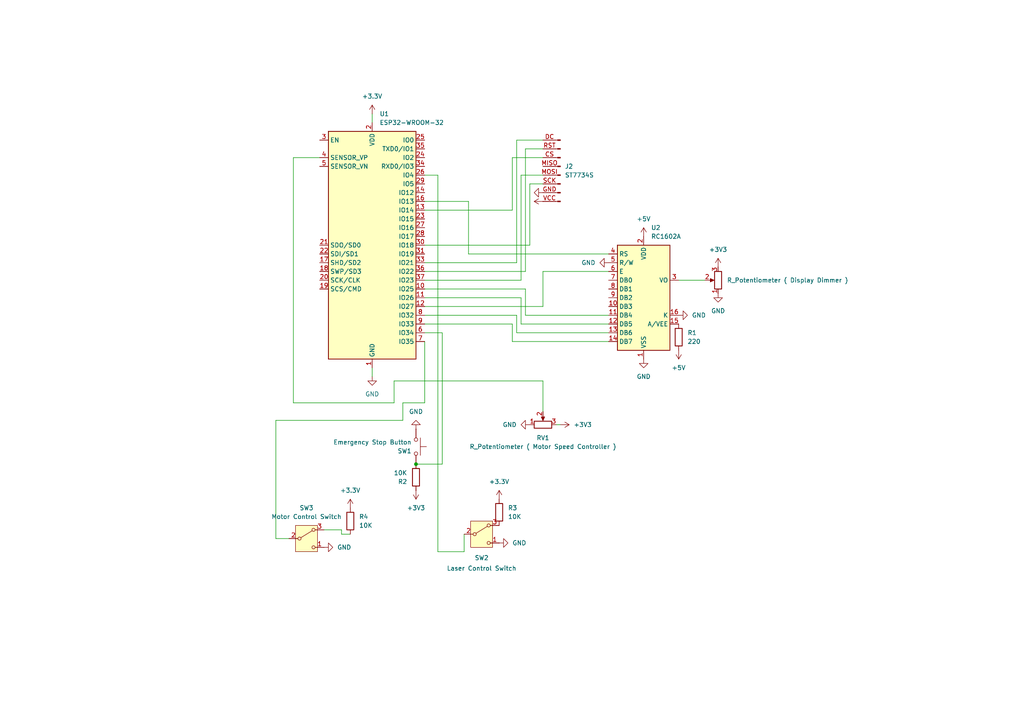
<source format=kicad_sch>
(kicad_sch (version 20250114) (generator "eeschema") (generator_version "9.0")
  (paper "A4")
  (lib_symbols
    (symbol "Conn_01x08_Pin_1" (pin_names (offset 1.016) (hide yes))
      (property "Reference" "J" (at 0 10.16 0))
      (property "Value" "Conn_01x08_Pin" (at 0 -12.7 0))
      (symbol "Conn_01x08_Pin_1_1_1"
        (rectangle (start 0 -2.413) (end 0.8636 -2.667) (stroke (width 0.1524)) (fill (type outline)))
        (rectangle (start 0.8636 7.747) (end 0 7.493) (stroke (width 0.1524)) (fill (type outline)))
        (rectangle (start 0.8636 5.207) (end 0 4.953) (stroke (width 0.1524)) (fill (type outline)))
        (rectangle (start 0.8636 2.667) (end 0 2.413) (stroke (width 0.1524)) (fill (type outline)))
        (rectangle (start 0.8636 0.127) (end 0 -0.127) (stroke (width 0.1524)) (fill (type outline)))
        (rectangle (start 0.8636 -4.953) (end 0 -5.207) (stroke (width 0.1524)) (fill (type outline)))
        (rectangle (start 0.8636 -7.493) (end 0 -7.747) (stroke (width 0.1524)) (fill (type outline)))
        (rectangle (start 0.8636 -10.033) (end 0 -10.287) (stroke (width 0.1524)) (fill (type outline)))
        (polyline (pts (xy 1.27 7.62) (xy 0.8636 7.62)) (stroke (width 0.1524)))
        (polyline (pts (xy 1.27 5.08) (xy 0.8636 5.08)) (stroke (width 0.1524)))
        (polyline (pts (xy 1.27 2.54) (xy 0.8636 2.54)) (stroke (width 0.1524)))
        (polyline (pts (xy 1.27 0) (xy 0.8636 0)) (stroke (width 0.1524)))
        (polyline (pts (xy 1.27 -2.54) (xy 0.8636 -2.54)) (stroke (width 0.1524)))
        (polyline (pts (xy 1.27 -5.08) (xy 0.8636 -5.08)) (stroke (width 0.1524)))
        (polyline (pts (xy 1.27 -7.62) (xy 0.8636 -7.62)) (stroke (width 0.1524)))
        (polyline (pts (xy 1.27 -10.16) (xy 0.8636 -10.16)) (stroke (width 0.1524)))
        (pin passive line (at 5.08 7.62 180) (length 3.81) (name "Pin_1") (number "VCC"))
        (pin passive line (at 5.08 5.08 180) (length 3.81) (name "GND") (number "GND"))
        (pin passive line (at 5.08 2.54 180) (length 3.81) (name "Pin_3") (number "SCK"))
        (pin passive line (at 5.08 0 180) (length 3.81) (name "Pin_4") (number "MOSI"))
        (pin passive line (at 5.08 -2.54 180) (length 3.81) (name "Pin_5") (number "MISO"))
        (pin passive line (at 5.08 -5.08 180) (length 3.81) (name "Pin_6") (number "CS"))
        (pin passive line (at 5.08 -7.62 180) (length 3.81) (name "Pin_7") (number "RST"))
        (pin passive line (at 5.08 -10.16 180) (length 3.81) (name "Pin_8") (number "DC"))
      )
    )
    (symbol "Device:R" (pin_numbers (hide yes)) (pin_names (offset 0))
      (property "Reference" "R" (at 2.032 0 90))
      (property "Value" "R" (at 0 0 90))
      (symbol "R_0_1"
        (rectangle (start -1.016 -2.54) (end 1.016 2.54) (stroke (width 0.254)))
      )
      (symbol "R_1_1"
        (pin passive line (at 0 3.81 270) (length 1.27) (name "~") (number "1"))
        (pin passive line (at 0 -3.81 90) (length 1.27) (name "~") (number "2"))
      )
    )
    (symbol "Device:R_Potentiometer" (pin_names (offset 1.016) (hide yes))
      (property "Reference" "RV" (at -4.445 0 90))
      (property "Value" "R_Potentiometer" (at -2.54 0 90))
      (symbol "R_Potentiometer_0_1"
        (rectangle (start 1.016 2.54) (end -1.016 -2.54) (stroke (width 0.254)))
        (polyline (pts (xy 1.143 0) (xy 2.286 0.508) (xy 2.286 -0.508) (xy 1.143 0)) (fill (type outline)))
        (polyline (pts (xy 2.54 0) (xy 1.524 0)))
      )
      (symbol "R_Potentiometer_1_1"
        (pin passive line (at 0 3.81 270) (length 1.27) (name "1") (number "1"))
        (pin passive line (at 0 -3.81 90) (length 1.27) (name "3") (number "3"))
        (pin passive line (at 3.81 0 180) (length 1.27) (name "2") (number "2"))
      )
    )
    (symbol "Display_Character:RC1602A"
      (property "Reference" "U" (at -6.35 16.51 0))
      (property "Value" "RC1602A" (at 2.794 16.51 0))
      (symbol "RC1602A_0_1"
        (rectangle (start -7.62 15.24) (end 7.62 -15.24) (stroke (width 0.254)) (fill (type background)))
      )
      (symbol "RC1602A_1_1"
        (pin input line (at -10.16 12.7 0) (length 2.54) (name "RS") (number "4"))
        (pin input line (at -10.16 10.16 0) (length 2.54) (name "R/W") (number "5"))
        (pin input line (at -10.16 7.62 0) (length 2.54) (name "E") (number "6"))
        (pin bidirectional line (at -10.16 5.08 0) (length 2.54) (name "DB0") (number "7"))
        (pin bidirectional line (at -10.16 2.54 0) (length 2.54) (name "DB1") (number "8"))
        (pin bidirectional line (at -10.16 0 0) (length 2.54) (name "DB2") (number "9"))
        (pin bidirectional line (at -10.16 -2.54 0) (length 2.54) (name "DB3") (number "10"))
        (pin bidirectional line (at -10.16 -5.08 0) (length 2.54) (name "DB4") (number "11"))
        (pin bidirectional line (at -10.16 -7.62 0) (length 2.54) (name "DB5") (number "12"))
        (pin bidirectional line (at -10.16 -10.16 0) (length 2.54) (name "DB6") (number "13"))
        (pin bidirectional line (at -10.16 -12.7 0) (length 2.54) (name "DB7") (number "14"))
        (pin power_in line (at 0 17.78 270) (length 2.54) (name "VDD") (number "2"))
        (pin power_in line (at 0 -17.78 90) (length 2.54) (name "VSS") (number "1"))
        (pin power_in line (at 10.16 5.08 180) (length 2.54) (name "VO") (number "3"))
        (pin power_in line (at 10.16 -5.08 180) (length 2.54) (name "K") (number "16"))
        (pin power_in line (at 10.16 -7.62 180) (length 2.54) (name "A/VEE") (number "15"))
      )
    )
    (symbol "RF_Module:ESP32-WROOM-32"
      (property "Reference" "U" (at -12.7 34.29 0))
      (property "Value" "ESP32-WROOM-32" (at 1.27 34.29 0))
      (symbol "ESP32-WROOM-32_0_1"
        (rectangle (start -12.7 33.02) (end 12.7 -33.02) (stroke (width 0.254)) (fill (type background)))
      )
      (symbol "ESP32-WROOM-32_1_1"
        (pin input line (at -15.24 30.48 0) (length 2.54) (name "EN") (number "3"))
        (pin input line (at -15.24 25.4 0) (length 2.54) (name "SENSOR_VP") (number "4"))
        (pin input line (at -15.24 22.86 0) (length 2.54) (name "SENSOR_VN") (number "5"))
        (pin bidirectional line (at -15.24 0 0) (length 2.54) (name "SDO/SD0") (number "21"))
        (pin bidirectional line (at -15.24 -2.54 0) (length 2.54) (name "SDI/SD1") (number "22"))
        (pin bidirectional line (at -15.24 -5.08 0) (length 2.54) (name "SHD/SD2") (number "17"))
        (pin bidirectional line (at -15.24 -7.62 0) (length 2.54) (name "SWP/SD3") (number "18"))
        (pin bidirectional line (at -15.24 -10.16 0) (length 2.54) (name "SCK/CLK") (number "20"))
        (pin bidirectional line (at -15.24 -12.7 0) (length 2.54) (name "SCS/CMD") (number "19"))
        (pin no_connect line (at -12.7 -27.94 0) (length 2.54) (hide yes) (name "NC") (number "32"))
        (pin power_in line (at 0 35.56 270) (length 2.54) (name "VDD") (number "2"))
        (pin power_in line (at 0 -35.56 90) (length 2.54) (name "GND") (number "1"))
        (pin passive line (at 0 -35.56 90) (length 2.54) (hide yes) (name "GND") (number "15"))
        (pin passive line (at 0 -35.56 90) (length 2.54) (hide yes) (name "GND") (number "38"))
        (pin passive line (at 0 -35.56 90) (length 2.54) (hide yes) (name "GND") (number "39"))
        (pin bidirectional line (at 15.24 30.48 180) (length 2.54) (name "IO0") (number "25"))
        (pin bidirectional line (at 15.24 27.94 180) (length 2.54) (name "TXD0/IO1") (number "35"))
        (pin bidirectional line (at 15.24 25.4 180) (length 2.54) (name "IO2") (number "24"))
        (pin bidirectional line (at 15.24 22.86 180) (length 2.54) (name "RXD0/IO3") (number "34"))
        (pin bidirectional line (at 15.24 20.32 180) (length 2.54) (name "IO4") (number "26"))
        (pin bidirectional line (at 15.24 17.78 180) (length 2.54) (name "IO5") (number "29"))
        (pin bidirectional line (at 15.24 15.24 180) (length 2.54) (name "IO12") (number "14"))
        (pin bidirectional line (at 15.24 12.7 180) (length 2.54) (name "IO13") (number "16"))
        (pin bidirectional line (at 15.24 10.16 180) (length 2.54) (name "IO14") (number "13"))
        (pin bidirectional line (at 15.24 7.62 180) (length 2.54) (name "IO15") (number "23"))
        (pin bidirectional line (at 15.24 5.08 180) (length 2.54) (name "IO16") (number "27"))
        (pin bidirectional line (at 15.24 2.54 180) (length 2.54) (name "IO17") (number "28"))
        (pin bidirectional line (at 15.24 0 180) (length 2.54) (name "IO18") (number "30"))
        (pin bidirectional line (at 15.24 -2.54 180) (length 2.54) (name "IO19") (number "31"))
        (pin bidirectional line (at 15.24 -5.08 180) (length 2.54) (name "IO21") (number "33"))
        (pin bidirectional line (at 15.24 -7.62 180) (length 2.54) (name "IO22") (number "36"))
        (pin bidirectional line (at 15.24 -10.16 180) (length 2.54) (name "IO23") (number "37"))
        (pin bidirectional line (at 15.24 -12.7 180) (length 2.54) (name "IO25") (number "10"))
        (pin bidirectional line (at 15.24 -15.24 180) (length 2.54) (name "IO26") (number "11"))
        (pin bidirectional line (at 15.24 -17.78 180) (length 2.54) (name "IO27") (number "12"))
        (pin bidirectional line (at 15.24 -20.32 180) (length 2.54) (name "IO32") (number "8"))
        (pin bidirectional line (at 15.24 -22.86 180) (length 2.54) (name "IO33") (number "9"))
        (pin input line (at 15.24 -25.4 180) (length 2.54) (name "IO34") (number "6"))
        (pin input line (at 15.24 -27.94 180) (length 2.54) (name "IO35") (number "7"))
      )
    )
    (symbol "Switch:SW_Nidec_CAS-120A1" (pin_names (offset 1) (hide yes))
      (property "Reference" "SW" (at 0 4.318 0))
      (property "Value" "SW_Nidec_CAS-120A1" (at 0 -5.08 0))
      (symbol "SW_Nidec_CAS-120A1_0_1"
        (circle (center -2.032 0) (radius 0.4572))
        (polyline (pts (xy -1.651 0.254) (xy 1.651 2.286)))
        (circle (center 2.032 2.54) (radius 0.4572))
        (circle (center 2.032 -2.54) (radius 0.4572))
      )
      (symbol "SW_Nidec_CAS-120A1_1_1"
        (rectangle (start -3.175 3.81) (end 3.175 -3.81) (fill (type background)))
        (pin passive line (at -5.08 0 0) (length 2.54) (name "B") (number "2"))
        (pin passive line (at 5.08 2.54 180) (length 2.54) (name "A") (number "3"))
        (pin passive line (at 5.08 -2.54 180) (length 2.54) (name "C") (number "1"))
      )
    )
    (symbol "Switch:SW_Push" (pin_numbers (hide yes)) (pin_names (offset 1.016) (hide yes))
      (property "Reference" "SW" (at 1.27 2.54 0))
      (property "Value" "SW_Push" (at 0 -1.524 0))
      (symbol "SW_Push_0_1"
        (circle (center -2.032 0) (radius 0.508))
        (polyline (pts (xy 0 1.27) (xy 0 3.048)))
        (circle (center 2.032 0) (radius 0.508))
        (polyline (pts (xy 2.54 1.27) (xy -2.54 1.27)))
        (pin passive line (at -5.08 0 0) (length 2.54) (name "1") (number "1"))
        (pin passive line (at 5.08 0 180) (length 2.54) (name "2") (number "2"))
      )
    )
    (symbol "power:+3.3V" (power) (pin_numbers (hide yes)) (pin_names (offset 0) (hide yes))
      (property "Value" "+3.3V" (at 0 3.556 0))
      (symbol "+3.3V_0_1"
        (polyline (pts (xy -0.762 1.27) (xy 0 2.54)))
        (polyline (pts (xy 0 2.54) (xy 0.762 1.27)))
        (polyline (pts (xy 0 0) (xy 0 2.54)))
      )
      (symbol "+3.3V_1_1"
        (pin power_in line (at 0 0 90) (length 0) (name "~") (number "1"))
      )
    )
    (symbol "power:+3V3" (power) (pin_numbers (hide yes)) (pin_names (offset 0) (hide yes))
      (property "Value" "+3V3" (at 0 3.556 0))
      (symbol "+3V3_0_1"
        (polyline (pts (xy -0.762 1.27) (xy 0 2.54)))
        (polyline (pts (xy 0 2.54) (xy 0.762 1.27)))
        (polyline (pts (xy 0 0) (xy 0 2.54)))
      )
      (symbol "+3V3_1_1"
        (pin power_in line (at 0 0 90) (length 0) (name "~") (number "1"))
      )
    )
    (symbol "power:+5V" (power) (pin_numbers (hide yes)) (pin_names (offset 0) (hide yes))
      (property "Value" "+5V" (at 0 3.556 0))
      (symbol "+5V_0_1"
        (polyline (pts (xy -0.762 1.27) (xy 0 2.54)))
        (polyline (pts (xy 0 2.54) (xy 0.762 1.27)))
        (polyline (pts (xy 0 0) (xy 0 2.54)))
      )
      (symbol "+5V_1_1"
        (pin power_in line (at 0 0 90) (length 0) (name "~") (number "1"))
      )
    )
    (symbol "power:GND" (power) (pin_numbers (hide yes)) (pin_names (offset 0) (hide yes))
      (property "Value" "GND" (at 0 -3.81 0))
      (symbol "GND_0_1"
        (polyline (pts (xy 0 0) (xy 0 -1.27) (xy 1.27 -1.27) (xy 0 -2.54) (xy -1.27 -1.27) (xy 0 -1.27)))
      )
      (symbol "GND_1_1"
        (pin power_in line (at 0 0 270) (length 0) (name "~") (number "1"))
      )
    )
  )
  (junction (at 120.65 134.62))
  (wire (pts (xy 116.84 116.84) (xy 116.84 121.92)))
  (wire (pts (xy 148.59 45.72) (xy 148.59 60.96)))
  (wire (pts (xy 127 160.02) (xy 134.62 160.02)))
  (wire (pts (xy 157.48 50.8) (xy 151.13 50.8)))
  (wire (pts (xy 114.3 110.49) (xy 157.48 110.49)))
  (wire (pts (xy 149.86 40.64) (xy 149.86 76.2)))
  (wire (pts (xy 85.09 116.84) (xy 85.09 45.72)))
  (wire (pts (xy 157.48 119.38) (xy 157.48 110.49)))
  (wire (pts (xy 157.48 45.72) (xy 148.59 45.72)))
  (wire (pts (xy 134.62 154.94) (xy 134.62 160.02)))
  (wire (pts (xy 107.95 106.68) (xy 107.95 109.22)))
  (wire (pts (xy 153.67 71.12) (xy 153.67 53.34)))
  (wire (pts (xy 99.06 154.94) (xy 101.6 154.94)))
  (wire (pts (xy 151.13 93.98) (xy 176.53 93.98)))
  (wire (pts (xy 80.01 156.21) (xy 83.82 156.21)))
  (wire (pts (xy 152.4 83.82) (xy 123.19 83.82)))
  (wire (pts (xy 128.27 134.62) (xy 120.65 134.62)))
  (wire (pts (xy 128.27 96.52) (xy 123.19 96.52)))
  (wire (pts (xy 123.19 86.36) (xy 151.13 86.36)))
  (wire (pts (xy 123.19 78.74) (xy 152.4 78.74)))
  (wire (pts (xy 123.19 99.06) (xy 123.19 116.84)))
  (wire (pts (xy 149.86 96.52) (xy 149.86 91.44)))
  (wire (pts (xy 148.59 93.98) (xy 148.59 99.06)))
  (wire (pts (xy 149.86 91.44) (xy 123.19 91.44)))
  (wire (pts (xy 80.01 121.92) (xy 80.01 156.21)))
  (wire (pts (xy 149.86 76.2) (xy 123.19 76.2)))
  (wire (pts (xy 99.06 153.67) (xy 99.06 154.94)))
  (wire (pts (xy 151.13 50.8) (xy 151.13 81.28)))
  (wire (pts (xy 152.4 43.18) (xy 152.4 78.74)))
  (wire (pts (xy 85.09 45.72) (xy 92.71 45.72)))
  (wire (pts (xy 151.13 81.28) (xy 123.19 81.28)))
  (wire (pts (xy 123.19 116.84) (xy 116.84 116.84)))
  (wire (pts (xy 153.67 53.34) (xy 157.48 53.34)))
  (wire (pts (xy 123.19 71.12) (xy 153.67 71.12)))
  (wire (pts (xy 151.13 86.36) (xy 151.13 93.98)))
  (wire (pts (xy 157.48 78.74) (xy 176.53 78.74)))
  (wire (pts (xy 127 50.8) (xy 127 160.02)))
  (wire (pts (xy 176.53 91.44) (xy 152.4 91.44)))
  (wire (pts (xy 93.98 153.67) (xy 99.06 153.67)))
  (wire (pts (xy 176.53 73.66) (xy 135.89 73.66)))
  (wire (pts (xy 157.48 43.18) (xy 152.4 43.18)))
  (wire (pts (xy 107.95 33.02) (xy 107.95 35.56)))
  (wire (pts (xy 157.48 88.9) (xy 157.48 78.74)))
  (wire (pts (xy 123.19 93.98) (xy 148.59 93.98)))
  (wire (pts (xy 148.59 99.06) (xy 176.53 99.06)))
  (wire (pts (xy 114.3 116.84) (xy 85.09 116.84)))
  (wire (pts (xy 135.89 73.66) (xy 135.89 58.42)))
  (wire (pts (xy 128.27 96.52) (xy 128.27 134.62)))
  (wire (pts (xy 148.59 60.96) (xy 123.19 60.96)))
  (wire (pts (xy 196.85 81.28) (xy 204.47 81.28)))
  (wire (pts (xy 176.53 96.52) (xy 149.86 96.52)))
  (wire (pts (xy 123.19 88.9) (xy 157.48 88.9)))
  (wire (pts (xy 114.3 110.49) (xy 114.3 116.84)))
  (wire (pts (xy 123.19 58.42) (xy 135.89 58.42)))
  (wire (pts (xy 116.84 121.92) (xy 80.01 121.92)))
  (wire (pts (xy 123.19 50.8) (xy 127 50.8)))
  (wire (pts (xy 157.48 40.64) (xy 149.86 40.64)))
  (wire (pts (xy 152.4 91.44) (xy 152.4 83.82)))
  (wire (pts (xy 161.29 123.19) (xy 162.56 123.19)))
  (symbol (lib_id "power:+5V") (at 186.69 68.58 0) (unit 1)
    (property "Reference" "#PWR07" (effects (hide yes)))
    (property "Value" "+5V" (at 186.69 63.5 0))
    (property "Description" "Power symbol creates a global label with name \"+5V\"" (effects (hide yes)))
  )
  (symbol (lib_id "power:GND") (at 120.65 124.46 180) (unit 1)
    (property "Reference" "#PWR013" (effects (hide yes)))
    (property "Value" "GND" (at 120.65 119.38 0))
    (property "Description" "Power symbol creates a global label with name \"GND\" , ground" (effects (hide yes)))
  )
  (symbol (lib_id "power:GND") (at 107.95 109.22 0) (unit 1)
    (property "Reference" "#PWR02" (effects (hide yes)))
    (property "Value" "GND" (at 107.95 114.3 0))
    (property "Description" "Power symbol creates a global label with name \"GND\" , ground" (effects (hide yes)))
  )
  (symbol (lib_id "power:GND") (at 186.69 104.14 0) (unit 1)
    (property "Reference" "#PWR06" (effects (hide yes)))
    (property "Value" "GND" (at 186.69 109.22 0))
    (property "Description" "Power symbol creates a global label with name \"GND\" , ground" (effects (hide yes)))
  )
  (symbol (lib_id "Switch:SW_Nidec_CAS-120A1") (at 88.9 156.21 0) (unit 1)
    (property "Reference" "SW3" (at 88.9 147.32 0))
    (property "Value" "Motor Control Switch" (at 88.9 149.86 0))
    (property "Footprint" "Button_Switch_SMD:Nidec_Copal_CAS-120A" (effects (hide yes)))
    (property "Datasheet" "https://www.nidec-components.com/e/catalog/switch/cas.pdf" (effects (hide yes)))
    (property "Description" "Switch, single pole double throw" (effects (hide yes)))
  )
  (symbol (lib_id "Device:R") (at 120.65 138.43 180) (unit 1)
    (property "Reference" "R2" (at 118.11 139.7001 0) (effects (justify left)))
    (property "Value" "10K" (at 118.11 137.1601 0) (effects (justify left)))
    (property "Description" "Resistor" (effects (hide yes)))
  )
  (symbol (lib_id "power:GND") (at 93.98 158.75 90) (unit 1)
    (property "Reference" "#PWR019" (effects (hide yes)))
    (property "Value" "GND" (at 97.79 158.7499 90) (effects (justify right)))
    (property "Description" "Power symbol creates a global label with name \"GND\" , ground" (effects (hide yes)))
  )
  (symbol (lib_id "power:+5V") (at 196.85 101.6 180) (unit 1)
    (property "Reference" "#PWR09" (effects (hide yes)))
    (property "Value" "+5V" (at 196.85 106.68 0))
    (property "Description" "Power symbol creates a global label with name \"+5V\"" (effects (hide yes)))
  )
  (symbol (lib_id "Device:R_Potentiometer") (at 157.48 123.19 90) (unit 1)
    (property "Reference" "RV1" (at 157.48 127 90))
    (property "Value" "R_Potentiometer ( Motor Speed Controller )" (at 157.48 129.54 90))
    (property "Description" "Potentiometer" (effects (hide yes)))
  )
  (symbol (lib_id "Device:R") (at 144.78 148.59 0) (unit 1)
    (property "Reference" "R3" (at 147.32 147.3199 0) (effects (justify left)))
    (property "Value" "10K" (at 147.32 149.8599 0) (effects (justify left)))
    (property "Description" "Resistor" (effects (hide yes)))
  )
  (symbol (lib_id "Display_Character:RC1602A") (at 186.69 86.36 0) (unit 1)
    (property "Reference" "U2" (at 188.8333 66.04 0) (effects (justify left)))
    (property "Value" "RC1602A" (at 188.8333 68.58 0) (effects (justify left)))
    (property "Footprint" "Display:RC1602A" (effects (hide yes)))
    (property "Datasheet" "http://www.raystar-optronics.com/down.php?ProID=18" (effects (hide yes)))
    (property "Description" "LCD 16x2 Alphanumeric gray backlight, 3 or 5V VDD" (effects (hide yes)))
  )
  (symbol (lib_id "Device:R") (at 196.85 97.79 180) (unit 1)
    (property "Reference" "R1" (at 199.39 96.5199 0) (effects (justify right)))
    (property "Value" "220" (at 199.39 99.0599 0) (effects (justify right)))
    (property "Description" "Resistor" (effects (hide yes)))
  )
  (symbol (lib_id "power:+3.3V") (at 107.95 33.02 0) (unit 1)
    (property "Reference" "#PWR01" (effects (hide yes)))
    (property "Value" "+3.3V" (at 107.95 27.94 0))
    (property "Description" "Power symbol creates a global label with name \"+3.3V\"" (effects (hide yes)))
  )
  (symbol (lib_id "power:+3V3") (at 162.56 123.19 270) (unit 1)
    (property "Reference" "#PWR012" (effects (hide yes)))
    (property "Value" "+3V3" (at 166.37 123.1899 90) (effects (justify left)))
    (property "Description" "Power symbol creates a global label with name \"+3V3\"" (effects (hide yes)))
  )
  (symbol (lib_id "Device:R_Potentiometer") (at 208.28 81.28 180) (unit 1)
    (property "Reference" "RV2" (effects (hide yes)))
    (property "Value" "R_Potentiometer ( Display Dimmer )" (at 210.82 81.2799 0) (effects (justify right)))
    (property "Description" "Potentiometer" (effects (hide yes)))
  )
  (symbol (lib_id "power:+3V3") (at 208.28 77.47 0) (unit 1)
    (property "Reference" "#PWR011" (effects (hide yes)))
    (property "Value" "+3V3" (at 208.28 72.39 0))
    (property "Description" "Power symbol creates a global label with name \"+3V3\"" (effects (hide yes)))
  )
  (symbol (lib_id "power:GND") (at 153.67 123.19 270) (unit 1)
    (property "Reference" "#PWR014" (effects (hide yes)))
    (property "Value" "GND" (at 149.86 123.1899 90) (effects (justify right)))
    (property "Description" "Power symbol creates a global label with name \"GND\" , ground" (effects (hide yes)))
  )
  (symbol (lib_id "power:+3V3") (at 157.48 58.42 90) (unit 1)
    (property "Reference" "#PWR03" (effects (hide yes)))
    (property "Value" "+3V3" (effects (hide yes)))
    (property "Description" "Power symbol creates a global label with name \"+3V3\"" (effects (hide yes)))
  )
  (symbol (lib_id "RF_Module:ESP32-WROOM-32") (at 107.95 71.12 0) (unit 1)
    (property "Reference" "U1" (at 110.0933 33.02 0) (effects (justify left)))
    (property "Value" "ESP32-WROOM-32" (at 110.0933 35.56 0) (effects (justify left)))
    (property "Footprint" "RF_Module:ESP32-WROOM-32" (effects (hide yes)))
    (property "Datasheet" "https://www.espressif.com/sites/default/files/documentation/esp32-wroom-32_datasheet_en.pdf" (effects (hide yes)))
    (property "Description" "RF Module, ESP32-D0WDQ6 SoC, Wi-Fi 802.11b/g/n, Bluetooth, BLE, 32-bit, 2.7-3.6V, onboard antenna, SMD" (effects (hide yes)))
  )
  (symbol (lib_id "Device:R") (at 101.6 151.13 0) (unit 1)
    (property "Reference" "R4" (at 104.14 149.8599 0) (effects (justify left)))
    (property "Value" "10K" (at 104.14 152.3999 0) (effects (justify left)))
    (property "Description" "Resistor" (effects (hide yes)))
  )
  (symbol (lib_id "power:GND") (at 144.78 157.48 90) (unit 1)
    (property "Reference" "#PWR017" (effects (hide yes)))
    (property "Value" "GND" (at 148.59 157.4799 90) (effects (justify right)))
    (property "Description" "Power symbol creates a global label with name \"GND\" , ground" (effects (hide yes)))
  )
  (symbol (lib_id "Switch:SW_Push") (at 120.65 129.54 270) (unit 1)
    (property "Reference" "SW1" (at 119.38 130.81 90) (effects (justify right)))
    (property "Value" "Emergency Stop Button" (at 119.38 128.2701 90) (effects (justify right)))
    (property "Description" "Push button switch, generic, two pins" (effects (hide yes)))
  )
  (symbol (lib_id "power:GND") (at 157.48 55.88 270) (unit 1)
    (property "Reference" "#PWR04" (effects (hide yes)))
    (property "Value" "GND" (effects (hide yes)))
    (property "Description" "Power symbol creates a global label with name \"GND\" , ground" (effects (hide yes)))
  )
  (symbol (lib_id "power:GND") (at 176.53 76.2 270) (unit 1)
    (property "Reference" "#PWR05" (effects (hide yes)))
    (property "Value" "GND" (at 172.72 76.1999 90) (effects (justify right)))
    (property "Description" "Power symbol creates a global label with name \"GND\" , ground" (effects (hide yes)))
  )
  (symbol (lib_id "power:+3.3V") (at 101.6 147.32 0) (unit 1)
    (property "Reference" "#PWR018" (effects (hide yes)))
    (property "Value" "+3.3V" (at 101.6 142.24 0))
    (property "Description" "Power symbol creates a global label with name \"+3.3V\"" (effects (hide yes)))
  )
  (symbol (lib_id "power:+3.3V") (at 144.78 144.78 0) (unit 1)
    (property "Reference" "#PWR016" (effects (hide yes)))
    (property "Value" "+3.3V" (at 144.78 139.7 0))
    (property "Description" "Power symbol creates a global label with name \"+3.3V\"" (effects (hide yes)))
  )
  (symbol (lib_name "Conn_01x08_Pin_1") (lib_id "Connector:Conn_01x08_Pin") (at 162.56 50.8 180) (unit 1)
    (property "Reference" "J2" (at 163.83 48.2599 0) (effects (justify right)))
    (property "Value" "ST7734S" (at 163.83 50.7999 0) (effects (justify right)))
    (property "Description" "Generic connector, single row, 01x08, script generated" (effects (hide yes)))
  )
  (symbol (lib_id "power:GND") (at 208.28 85.09 0) (unit 1)
    (property "Reference" "#PWR010" (effects (hide yes)))
    (property "Value" "GND" (at 208.28 90.17 0))
    (property "Description" "Power symbol creates a global label with name \"GND\" , ground" (effects (hide yes)))
  )
  (symbol (lib_id "Switch:SW_Nidec_CAS-120A1") (at 139.7 154.94 0) (unit 1)
    (property "Reference" "SW2" (at 139.7 161.798 0))
    (property "Value" "Laser Control Switch" (at 139.7 164.846 0))
    (property "Footprint" "Button_Switch_SMD:Nidec_Copal_CAS-120A" (effects (hide yes)))
    (property "Datasheet" "https://www.nidec-components.com/e/catalog/switch/cas.pdf" (effects (hide yes)))
    (property "Description" "Switch, single pole double throw" (effects (hide yes)))
  )
  (symbol (lib_id "power:GND") (at 196.85 91.44 90) (unit 1)
    (property "Reference" "#PWR08" (effects (hide yes)))
    (property "Value" "GND" (at 200.66 91.4399 90) (effects (justify right)))
    (property "Description" "Power symbol creates a global label with name \"GND\" , ground" (effects (hide yes)))
  )
  (symbol (lib_id "power:+3V3") (at 120.65 142.24 180) (unit 1)
    (property "Reference" "#PWR015" (effects (hide yes)))
    (property "Value" "+3V3" (at 120.65 147.32 0))
    (property "Description" "Power symbol creates a global label with name \"+3V3\"" (effects (hide yes)))
  )
)
</source>
